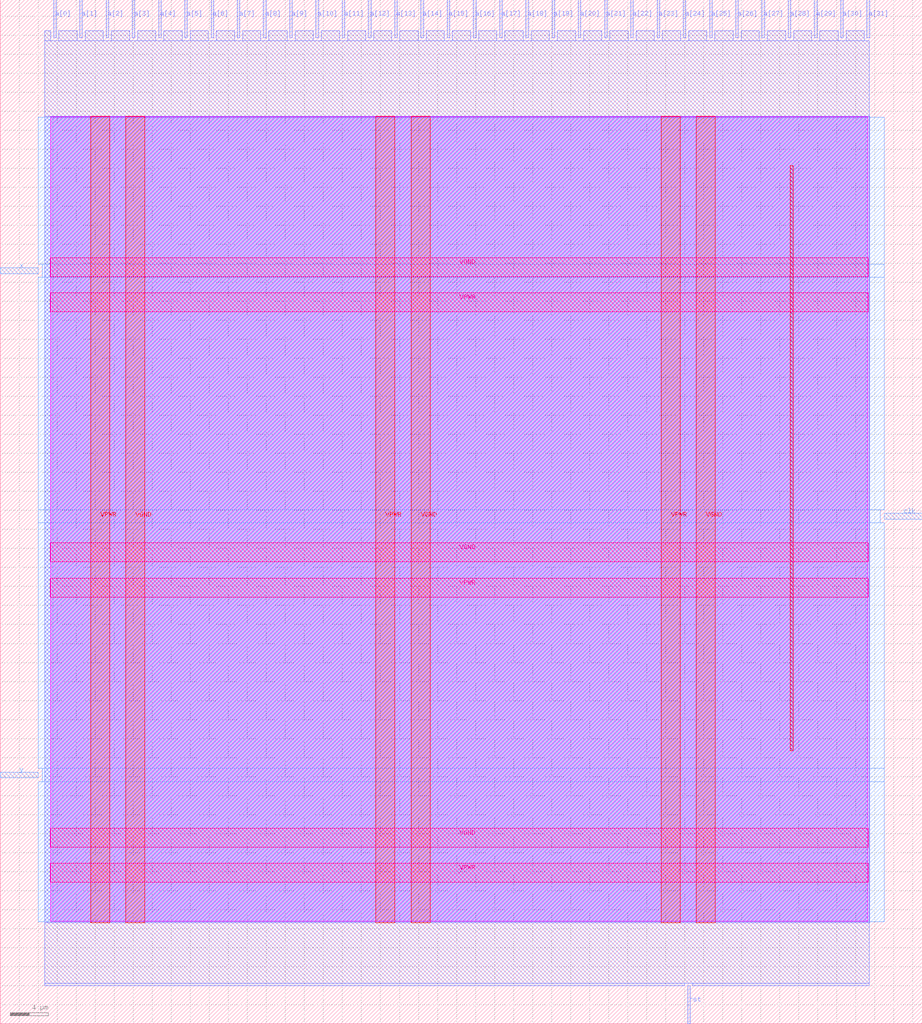
<source format=lef>
VERSION 5.7 ;
  NOWIREEXTENSIONATPIN ON ;
  DIVIDERCHAR "/" ;
  BUSBITCHARS "[]" ;
MACRO spm
  CLASS BLOCK ;
  FOREIGN spm ;
  ORIGIN 0.000 0.000 ;
  SIZE 96.990 BY 107.710 ;
  PIN VGND
    DIRECTION INOUT ;
    USE GROUND ;
    PORT
      LAYER met4 ;
        RECT 13.220 10.640 15.220 95.440 ;
    END
    PORT
      LAYER met4 ;
        RECT 43.220 10.640 45.220 95.440 ;
    END
    PORT
      LAYER met4 ;
        RECT 73.220 10.640 75.220 95.440 ;
    END
    PORT
      LAYER met5 ;
        RECT 5.280 18.580 91.320 20.580 ;
    END
    PORT
      LAYER met5 ;
        RECT 5.280 48.580 91.320 50.580 ;
    END
    PORT
      LAYER met5 ;
        RECT 5.280 78.580 91.320 80.580 ;
    END
  END VGND
  PIN VPWR
    DIRECTION INOUT ;
    USE POWER ;
    PORT
      LAYER met4 ;
        RECT 9.520 10.640 11.520 95.440 ;
    END
    PORT
      LAYER met4 ;
        RECT 39.520 10.640 41.520 95.440 ;
    END
    PORT
      LAYER met4 ;
        RECT 69.520 10.640 71.520 95.440 ;
    END
    PORT
      LAYER met5 ;
        RECT 5.280 14.880 91.320 16.880 ;
    END
    PORT
      LAYER met5 ;
        RECT 5.280 44.880 91.320 46.880 ;
    END
    PORT
      LAYER met5 ;
        RECT 5.280 74.880 91.320 76.880 ;
    END
  END VPWR
  PIN a[0]
    DIRECTION INPUT ;
    USE SIGNAL ;
    ANTENNAGATEAREA 0.196500 ;
    PORT
      LAYER met2 ;
        RECT 5.610 103.710 5.890 107.710 ;
    END
  END a[0]
  PIN a[10]
    DIRECTION INPUT ;
    USE SIGNAL ;
    ANTENNAGATEAREA 0.196500 ;
    PORT
      LAYER met2 ;
        RECT 33.210 103.710 33.490 107.710 ;
    END
  END a[10]
  PIN a[11]
    DIRECTION INPUT ;
    USE SIGNAL ;
    ANTENNAGATEAREA 0.196500 ;
    PORT
      LAYER met2 ;
        RECT 35.970 103.710 36.250 107.710 ;
    END
  END a[11]
  PIN a[12]
    DIRECTION INPUT ;
    USE SIGNAL ;
    ANTENNAGATEAREA 0.196500 ;
    PORT
      LAYER met2 ;
        RECT 38.730 103.710 39.010 107.710 ;
    END
  END a[12]
  PIN a[13]
    DIRECTION INPUT ;
    USE SIGNAL ;
    ANTENNAGATEAREA 0.196500 ;
    PORT
      LAYER met2 ;
        RECT 41.490 103.710 41.770 107.710 ;
    END
  END a[13]
  PIN a[14]
    DIRECTION INPUT ;
    USE SIGNAL ;
    ANTENNAGATEAREA 0.196500 ;
    PORT
      LAYER met2 ;
        RECT 44.250 103.710 44.530 107.710 ;
    END
  END a[14]
  PIN a[15]
    DIRECTION INPUT ;
    USE SIGNAL ;
    ANTENNAGATEAREA 0.196500 ;
    PORT
      LAYER met2 ;
        RECT 47.010 103.710 47.290 107.710 ;
    END
  END a[15]
  PIN a[16]
    DIRECTION INPUT ;
    USE SIGNAL ;
    ANTENNAGATEAREA 0.196500 ;
    PORT
      LAYER met2 ;
        RECT 49.770 103.710 50.050 107.710 ;
    END
  END a[16]
  PIN a[17]
    DIRECTION INPUT ;
    USE SIGNAL ;
    ANTENNAGATEAREA 0.196500 ;
    PORT
      LAYER met2 ;
        RECT 52.530 103.710 52.810 107.710 ;
    END
  END a[17]
  PIN a[18]
    DIRECTION INPUT ;
    USE SIGNAL ;
    ANTENNAGATEAREA 0.196500 ;
    PORT
      LAYER met2 ;
        RECT 55.290 103.710 55.570 107.710 ;
    END
  END a[18]
  PIN a[19]
    DIRECTION INPUT ;
    USE SIGNAL ;
    ANTENNAGATEAREA 0.196500 ;
    PORT
      LAYER met2 ;
        RECT 58.050 103.710 58.330 107.710 ;
    END
  END a[19]
  PIN a[1]
    DIRECTION INPUT ;
    USE SIGNAL ;
    ANTENNAGATEAREA 0.196500 ;
    PORT
      LAYER met2 ;
        RECT 8.370 103.710 8.650 107.710 ;
    END
  END a[1]
  PIN a[20]
    DIRECTION INPUT ;
    USE SIGNAL ;
    ANTENNAGATEAREA 0.196500 ;
    PORT
      LAYER met2 ;
        RECT 60.810 103.710 61.090 107.710 ;
    END
  END a[20]
  PIN a[21]
    DIRECTION INPUT ;
    USE SIGNAL ;
    ANTENNAGATEAREA 0.196500 ;
    PORT
      LAYER met2 ;
        RECT 63.570 103.710 63.850 107.710 ;
    END
  END a[21]
  PIN a[22]
    DIRECTION INPUT ;
    USE SIGNAL ;
    ANTENNAGATEAREA 0.196500 ;
    PORT
      LAYER met2 ;
        RECT 66.330 103.710 66.610 107.710 ;
    END
  END a[22]
  PIN a[23]
    DIRECTION INPUT ;
    USE SIGNAL ;
    ANTENNAGATEAREA 0.196500 ;
    PORT
      LAYER met2 ;
        RECT 69.090 103.710 69.370 107.710 ;
    END
  END a[23]
  PIN a[24]
    DIRECTION INPUT ;
    USE SIGNAL ;
    ANTENNAGATEAREA 0.196500 ;
    PORT
      LAYER met2 ;
        RECT 71.850 103.710 72.130 107.710 ;
    END
  END a[24]
  PIN a[25]
    DIRECTION INPUT ;
    USE SIGNAL ;
    ANTENNAGATEAREA 0.196500 ;
    PORT
      LAYER met2 ;
        RECT 74.610 103.710 74.890 107.710 ;
    END
  END a[25]
  PIN a[26]
    DIRECTION INPUT ;
    USE SIGNAL ;
    ANTENNAGATEAREA 0.196500 ;
    PORT
      LAYER met2 ;
        RECT 77.370 103.710 77.650 107.710 ;
    END
  END a[26]
  PIN a[27]
    DIRECTION INPUT ;
    USE SIGNAL ;
    ANTENNAGATEAREA 0.196500 ;
    PORT
      LAYER met2 ;
        RECT 80.130 103.710 80.410 107.710 ;
    END
  END a[27]
  PIN a[28]
    DIRECTION INPUT ;
    USE SIGNAL ;
    ANTENNAGATEAREA 0.196500 ;
    PORT
      LAYER met2 ;
        RECT 82.890 103.710 83.170 107.710 ;
    END
  END a[28]
  PIN a[29]
    DIRECTION INPUT ;
    USE SIGNAL ;
    ANTENNAGATEAREA 0.196500 ;
    PORT
      LAYER met2 ;
        RECT 85.650 103.710 85.930 107.710 ;
    END
  END a[29]
  PIN a[2]
    DIRECTION INPUT ;
    USE SIGNAL ;
    ANTENNAGATEAREA 0.196500 ;
    PORT
      LAYER met2 ;
        RECT 11.130 103.710 11.410 107.710 ;
    END
  END a[2]
  PIN a[30]
    DIRECTION INPUT ;
    USE SIGNAL ;
    ANTENNAGATEAREA 0.196500 ;
    PORT
      LAYER met2 ;
        RECT 88.410 103.710 88.690 107.710 ;
    END
  END a[30]
  PIN a[31]
    DIRECTION INPUT ;
    USE SIGNAL ;
    ANTENNAGATEAREA 0.196500 ;
    PORT
      LAYER met2 ;
        RECT 91.170 103.710 91.450 107.710 ;
    END
  END a[31]
  PIN a[3]
    DIRECTION INPUT ;
    USE SIGNAL ;
    ANTENNAGATEAREA 0.196500 ;
    PORT
      LAYER met2 ;
        RECT 13.890 103.710 14.170 107.710 ;
    END
  END a[3]
  PIN a[4]
    DIRECTION INPUT ;
    USE SIGNAL ;
    ANTENNAGATEAREA 0.196500 ;
    PORT
      LAYER met2 ;
        RECT 16.650 103.710 16.930 107.710 ;
    END
  END a[4]
  PIN a[5]
    DIRECTION INPUT ;
    USE SIGNAL ;
    ANTENNAGATEAREA 0.196500 ;
    PORT
      LAYER met2 ;
        RECT 19.410 103.710 19.690 107.710 ;
    END
  END a[5]
  PIN a[6]
    DIRECTION INPUT ;
    USE SIGNAL ;
    ANTENNAGATEAREA 0.196500 ;
    PORT
      LAYER met2 ;
        RECT 22.170 103.710 22.450 107.710 ;
    END
  END a[6]
  PIN a[7]
    DIRECTION INPUT ;
    USE SIGNAL ;
    ANTENNAGATEAREA 0.196500 ;
    PORT
      LAYER met2 ;
        RECT 24.930 103.710 25.210 107.710 ;
    END
  END a[7]
  PIN a[8]
    DIRECTION INPUT ;
    USE SIGNAL ;
    ANTENNAGATEAREA 0.196500 ;
    PORT
      LAYER met2 ;
        RECT 27.690 103.710 27.970 107.710 ;
    END
  END a[8]
  PIN a[9]
    DIRECTION INPUT ;
    USE SIGNAL ;
    ANTENNAGATEAREA 0.196500 ;
    PORT
      LAYER met2 ;
        RECT 30.450 103.710 30.730 107.710 ;
    END
  END a[9]
  PIN clk
    DIRECTION INPUT ;
    USE SIGNAL ;
    ANTENNAGATEAREA 0.852000 ;
    PORT
      LAYER met3 ;
        RECT 92.990 53.080 96.990 53.680 ;
    END
  END clk
  PIN rst
    DIRECTION INPUT ;
    USE SIGNAL ;
    ANTENNAGATEAREA 0.990000 ;
    PORT
      LAYER met2 ;
        RECT 72.310 0.000 72.590 4.000 ;
    END
  END rst
  PIN x
    DIRECTION INPUT ;
    USE SIGNAL ;
    ANTENNAGATEAREA 0.159000 ;
    PORT
      LAYER met3 ;
        RECT 0.000 78.920 4.000 79.520 ;
    END
  END x
  PIN y
    DIRECTION OUTPUT ;
    USE SIGNAL ;
    ANTENNADIFFAREA 0.340600 ;
    PORT
      LAYER met3 ;
        RECT 0.000 25.880 4.000 26.480 ;
    END
  END y
  OBS
      LAYER nwell ;
        RECT 5.330 10.795 91.270 95.390 ;
      LAYER li1 ;
        RECT 5.520 10.795 91.080 95.285 ;
      LAYER met1 ;
        RECT 4.670 10.640 91.470 95.440 ;
      LAYER met2 ;
        RECT 4.690 103.430 5.330 104.450 ;
        RECT 6.170 103.430 8.090 104.450 ;
        RECT 8.930 103.430 10.850 104.450 ;
        RECT 11.690 103.430 13.610 104.450 ;
        RECT 14.450 103.430 16.370 104.450 ;
        RECT 17.210 103.430 19.130 104.450 ;
        RECT 19.970 103.430 21.890 104.450 ;
        RECT 22.730 103.430 24.650 104.450 ;
        RECT 25.490 103.430 27.410 104.450 ;
        RECT 28.250 103.430 30.170 104.450 ;
        RECT 31.010 103.430 32.930 104.450 ;
        RECT 33.770 103.430 35.690 104.450 ;
        RECT 36.530 103.430 38.450 104.450 ;
        RECT 39.290 103.430 41.210 104.450 ;
        RECT 42.050 103.430 43.970 104.450 ;
        RECT 44.810 103.430 46.730 104.450 ;
        RECT 47.570 103.430 49.490 104.450 ;
        RECT 50.330 103.430 52.250 104.450 ;
        RECT 53.090 103.430 55.010 104.450 ;
        RECT 55.850 103.430 57.770 104.450 ;
        RECT 58.610 103.430 60.530 104.450 ;
        RECT 61.370 103.430 63.290 104.450 ;
        RECT 64.130 103.430 66.050 104.450 ;
        RECT 66.890 103.430 68.810 104.450 ;
        RECT 69.650 103.430 71.570 104.450 ;
        RECT 72.410 103.430 74.330 104.450 ;
        RECT 75.170 103.430 77.090 104.450 ;
        RECT 77.930 103.430 79.850 104.450 ;
        RECT 80.690 103.430 82.610 104.450 ;
        RECT 83.450 103.430 85.370 104.450 ;
        RECT 86.210 103.430 88.130 104.450 ;
        RECT 88.970 103.430 90.890 104.450 ;
        RECT 4.690 4.280 91.440 103.430 ;
        RECT 4.690 4.000 72.030 4.280 ;
        RECT 72.870 4.000 91.440 4.280 ;
      LAYER met3 ;
        RECT 4.000 79.920 92.990 95.365 ;
        RECT 4.400 78.520 92.990 79.920 ;
        RECT 4.000 54.080 92.990 78.520 ;
        RECT 4.000 52.680 92.590 54.080 ;
        RECT 4.000 26.880 92.990 52.680 ;
        RECT 4.400 25.480 92.990 26.880 ;
        RECT 4.000 10.715 92.990 25.480 ;
      LAYER met4 ;
        RECT 83.095 28.735 83.425 90.265 ;
  END
END spm
END LIBRARY


</source>
